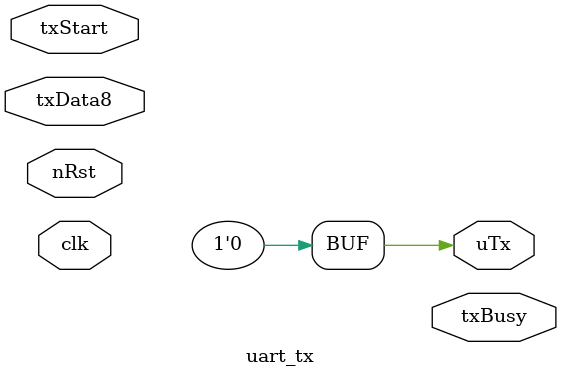
<source format=v>

module uart_tx(
    uTx,

    txBusy,
    txData8,
    txStart,


    nRst,
    clk
);

output                          uTx;	// RS232

output                          txBusy;	//
input   [7:0]                   txData8;	//
input                           txStart;		//,,

input                           nRst;		//
input                           clk;		// clk_bps_r,

assign uTx = 1'b0 ;


endmodule

</source>
